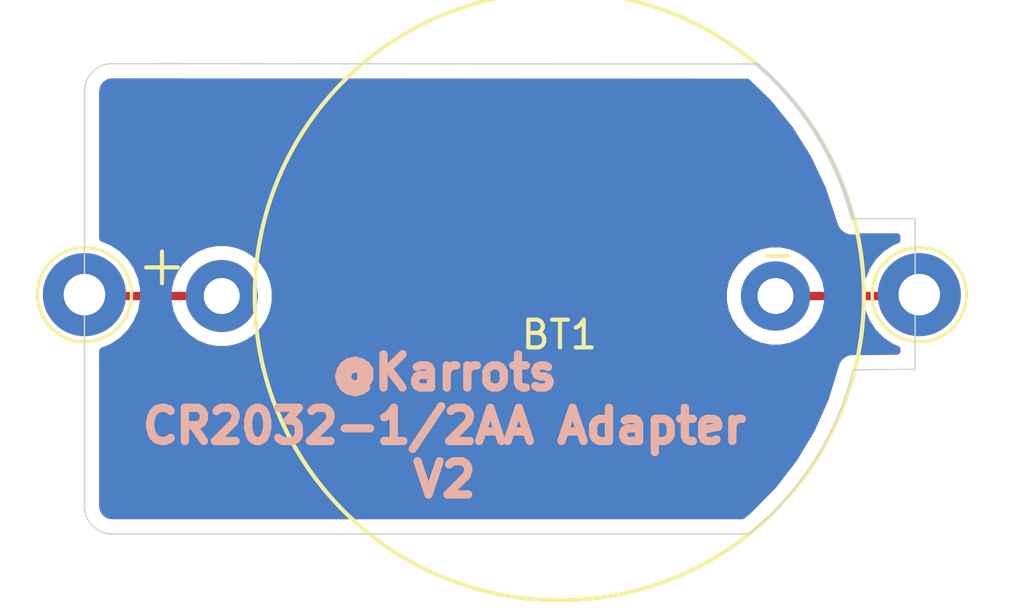
<source format=kicad_pcb>
(kicad_pcb (version 20171130) (host pcbnew 5.1.6-c6e7f7d~87~ubuntu20.04.1)

  (general
    (thickness 1.6)
    (drawings 11)
    (tracks 2)
    (zones 0)
    (modules 4)
    (nets 3)
  )

  (page A4)
  (layers
    (0 F.Cu signal hide)
    (31 B.Cu signal)
    (32 B.Adhes user hide)
    (33 F.Adhes user hide)
    (34 B.Paste user)
    (35 F.Paste user hide)
    (36 B.SilkS user)
    (37 F.SilkS user hide)
    (38 B.Mask user)
    (39 F.Mask user hide)
    (40 Dwgs.User user hide)
    (41 Cmts.User user hide)
    (42 Eco1.User user hide)
    (43 Eco2.User user hide)
    (44 Edge.Cuts user)
    (45 Margin user hide)
    (46 B.CrtYd user)
    (47 F.CrtYd user hide)
    (48 B.Fab user)
    (49 F.Fab user hide)
  )

  (setup
    (last_trace_width 0.3)
    (user_trace_width 0.3)
    (trace_clearance 0.1524)
    (zone_clearance 0.508)
    (zone_45_only no)
    (trace_min 0.1524)
    (via_size 0.6858)
    (via_drill 0.3302)
    (via_min_size 0.508)
    (via_min_drill 0.254)
    (uvia_size 0.6858)
    (uvia_drill 0.3302)
    (uvias_allowed no)
    (uvia_min_size 0.2)
    (uvia_min_drill 0.1)
    (edge_width 0.05)
    (segment_width 0.2)
    (pcb_text_width 0.3)
    (pcb_text_size 1.5 1.5)
    (mod_edge_width 0.12)
    (mod_text_size 1 1)
    (mod_text_width 0.15)
    (pad_size 1.524 1.524)
    (pad_drill 0.762)
    (pad_to_mask_clearance 0.051)
    (solder_mask_min_width 0.25)
    (aux_axis_origin 0 0)
    (grid_origin 150 100)
    (visible_elements FFFFFF7F)
    (pcbplotparams
      (layerselection 0x010fc_ffffffff)
      (usegerberextensions false)
      (usegerberattributes false)
      (usegerberadvancedattributes false)
      (creategerberjobfile false)
      (excludeedgelayer true)
      (linewidth 0.100000)
      (plotframeref false)
      (viasonmask false)
      (mode 1)
      (useauxorigin false)
      (hpglpennumber 1)
      (hpglpenspeed 20)
      (hpglpendiameter 15.000000)
      (psnegative false)
      (psa4output false)
      (plotreference true)
      (plotvalue true)
      (plotinvisibletext false)
      (padsonsilk false)
      (subtractmaskfromsilk false)
      (outputformat 1)
      (mirror false)
      (drillshape 0)
      (scaleselection 1)
      (outputdirectory "./Gerber"))
  )

  (net 0 "")
  (net 1 "Net-(BT1-Pad1)")
  (net 2 "Net-(BT1-Pad2)")

  (net_class Default "This is the default net class."
    (clearance 0.1524)
    (trace_width 0.1524)
    (via_dia 0.6858)
    (via_drill 0.3302)
    (uvia_dia 0.6858)
    (uvia_drill 0.3302)
    (add_net "Net-(BT1-Pad1)")
    (add_net "Net-(BT1-Pad2)")
  )

  (module Karrots-library:@karrots (layer F.Cu) (tedit 5D5225F8) (tstamp 5F05AC98)
    (at 143.25 108.1)
    (descr "@karrots signature")
    (tags "@karrots signature")
    (attr virtual)
    (fp_text reference Ref** (at 0 0) (layer F.SilkS) hide
      (effects (font (size 1.27 1.27) (thickness 0.15)))
    )
    (fp_text value @karrots (at 0 0) (layer F.SilkS) hide
      (effects (font (size 1.27 1.27) (thickness 0.15)))
    )
    (fp_poly (pts (xy -3.565675 -0.886634) (xy -3.355975 -0.82269) (xy -3.170551 -0.715162) (xy -3.021943 -0.566906)
      (xy -2.922694 -0.380778) (xy -2.885342 -0.159634) (xy -2.888991 -0.076773) (xy -2.932662 0.115719)
      (xy -3.027262 0.247576) (xy -3.183743 0.332797) (xy -3.218135 0.343908) (xy -3.343205 0.368555)
      (xy -3.45316 0.34953) (xy -3.531214 0.31638) (xy -3.646709 0.272007) (xy -3.715952 0.275463)
      (xy -3.736271 0.290337) (xy -3.840404 0.341272) (xy -3.96872 0.33268) (xy -4.097417 0.274788)
      (xy -4.202695 0.177827) (xy -4.257587 0.066271) (xy -4.252404 -0.072256) (xy -4.183135 -0.218372)
      (xy -4.065344 -0.350961) (xy -3.914597 -0.448905) (xy -3.862923 -0.469158) (xy -3.754284 -0.495735)
      (xy -3.686217 -0.48098) (xy -3.652472 -0.453282) (xy -3.611786 -0.380989) (xy -3.646885 -0.31442)
      (xy -3.76171 -0.247245) (xy -3.787649 -0.236057) (xy -3.89857 -0.163697) (xy -3.960819 -0.071215)
      (xy -3.963079 0.019299) (xy -3.93791 0.057178) (xy -3.892396 0.071002) (xy -3.827762 0.027586)
      (xy -3.753788 -0.052919) (xy -3.666336 -0.145496) (xy -3.59469 -0.202705) (xy -3.571112 -0.211669)
      (xy -3.51435 -0.173665) (xy -3.478307 -0.075935) (xy -3.471333 0.003462) (xy -3.442277 0.069525)
      (xy -3.373966 0.084666) (xy -3.255999 0.052519) (xy -3.18736 -0.032191) (xy -3.169988 -0.151864)
      (xy -3.205819 -0.288901) (xy -3.296793 -0.425703) (xy -3.315594 -0.445395) (xy -3.494469 -0.572602)
      (xy -3.694382 -0.630152) (xy -3.896405 -0.618075) (xy -4.081606 -0.536397) (xy -4.185678 -0.444094)
      (xy -4.309406 -0.244637) (xy -4.356075 -0.026814) (xy -4.325957 0.193272) (xy -4.219324 0.399514)
      (xy -4.170429 0.458496) (xy -4.106942 0.523253) (xy -4.044745 0.568045) (xy -3.96851 0.595171)
      (xy -3.86291 0.606928) (xy -3.712618 0.605611) (xy -3.502306 0.593519) (xy -3.344333 0.582295)
      (xy -3.244749 0.581955) (xy -3.2037 0.611579) (xy -3.196166 0.677148) (xy -3.215079 0.757026)
      (xy -3.286372 0.80899) (xy -3.344333 0.830234) (xy -3.59636 0.892918) (xy -3.811831 0.903125)
      (xy -3.981924 0.873464) (xy -4.245088 0.764066) (xy -4.450602 0.592844) (xy -4.537265 0.475492)
      (xy -4.609394 0.293923) (xy -4.639153 0.069866) (xy -4.626472 -0.165821) (xy -4.57128 -0.382284)
      (xy -4.539383 -0.452631) (xy -4.396417 -0.649448) (xy -4.215022 -0.788401) (xy -4.00774 -0.872345)
      (xy -3.787111 -0.904138) (xy -3.565675 -0.886634)) (layer F.Cu) (width 0.01))
    (fp_poly (pts (xy -0.701496 -0.244802) (xy -0.680757 -0.234604) (xy -0.617944 -0.19787) (xy -0.584013 -0.154579)
      (xy -0.572512 -0.081917) (xy -0.57699 0.042931) (xy -0.581965 0.114767) (xy -0.585749 0.329952)
      (xy -0.559163 0.494806) (xy -0.533807 0.566922) (xy -0.493192 0.688786) (xy -0.497639 0.76457)
      (xy -0.512884 0.789052) (xy -0.572811 0.840327) (xy -0.638932 0.827822) (xy -0.67476 0.806819)
      (xy -0.746506 0.790245) (xy -0.873546 0.785068) (xy -1.013426 0.791405) (xy -1.16661 0.801268)
      (xy -1.263261 0.794894) (xy -1.33093 0.765985) (xy -1.397166 0.70824) (xy -1.403117 0.702298)
      (xy -1.511188 0.536477) (xy -1.545327 0.362794) (xy -1.264785 0.362794) (xy -1.219615 0.490373)
      (xy -1.199939 0.515249) (xy -1.136401 0.574776) (xy -1.074556 0.587889) (xy -0.978075 0.559961)
      (xy -0.955344 0.551414) (xy -0.897103 0.523488) (xy -0.865716 0.481194) (xy -0.854357 0.402415)
      (xy -0.856195 0.265035) (xy -0.857339 0.234) (xy -0.86532 0.085356) (xy -0.879916 0.002415)
      (xy -0.908517 -0.033785) (xy -0.958513 -0.042204) (xy -0.965007 -0.042248) (xy -1.09171 -0.004975)
      (xy -1.190677 0.091022) (xy -1.251754 0.221644) (xy -1.264785 0.362794) (xy -1.545327 0.362794)
      (xy -1.551129 0.333282) (xy -1.526276 0.135453) (xy -1.435738 -0.052175) (xy -1.289082 -0.19229)
      (xy -1.105217 -0.276616) (xy -0.903052 -0.296879) (xy -0.701496 -0.244802)) (layer F.Cu) (width 0.01))
    (fp_poly (pts (xy 0.401693 -0.298434) (xy 0.455758 -0.281291) (xy 0.506072 -0.208996) (xy 0.531781 -0.093236)
      (xy 0.52732 0.026952) (xy 0.507954 0.084752) (xy 0.436489 0.152646) (xy 0.350357 0.159046)
      (xy 0.281379 0.108066) (xy 0.261639 0.052916) (xy 0.224652 -0.025573) (xy 0.151249 -0.031939)
      (xy 0.048921 0.033552) (xy 0.019243 0.061575) (xy -0.035381 0.126158) (xy -0.06679 0.199921)
      (xy -0.08116 0.307751) (xy -0.084665 0.474534) (xy -0.084666 0.480379) (xy -0.088626 0.651485)
      (xy -0.102709 0.755008) (xy -0.130218 0.807755) (xy -0.151629 0.82097) (xy -0.212958 0.841489)
      (xy -0.225712 0.843324) (xy -0.264875 0.827089) (xy -0.28575 0.81863) (xy -0.309945 0.780972)
      (xy -0.326272 0.685166) (xy -0.335566 0.522573) (xy -0.33866 0.284557) (xy -0.338666 0.27031)
      (xy -0.337185 0.046179) (xy -0.331584 -0.107212) (xy -0.320129 -0.203758) (xy -0.301085 -0.257351)
      (xy -0.272717 -0.281885) (xy -0.269559 -0.283177) (xy -0.180056 -0.283831) (xy -0.120417 -0.259714)
      (xy -0.019926 -0.232508) (xy 0.042906 -0.254307) (xy 0.148672 -0.288183) (xy 0.281668 -0.303768)
      (xy 0.401693 -0.298434)) (layer F.Cu) (width 0.01))
    (fp_poly (pts (xy 1.417693 -0.298434) (xy 1.471758 -0.281291) (xy 1.522072 -0.208996) (xy 1.547781 -0.093236)
      (xy 1.54332 0.026952) (xy 1.523954 0.084752) (xy 1.452489 0.152646) (xy 1.366357 0.159046)
      (xy 1.297379 0.108066) (xy 1.277639 0.052916) (xy 1.240652 -0.025573) (xy 1.167249 -0.031939)
      (xy 1.064921 0.033552) (xy 1.035243 0.061575) (xy 0.980619 0.126158) (xy 0.94921 0.199921)
      (xy 0.93484 0.307751) (xy 0.931335 0.474534) (xy 0.931334 0.480379) (xy 0.927374 0.651485)
      (xy 0.913291 0.755008) (xy 0.885782 0.807755) (xy 0.864371 0.82097) (xy 0.803042 0.841489)
      (xy 0.790288 0.843324) (xy 0.751125 0.827089) (xy 0.73025 0.81863) (xy 0.706055 0.780972)
      (xy 0.689728 0.685166) (xy 0.680434 0.522573) (xy 0.67734 0.284557) (xy 0.677334 0.27031)
      (xy 0.678815 0.046179) (xy 0.684416 -0.107212) (xy 0.695871 -0.203758) (xy 0.714915 -0.257351)
      (xy 0.743283 -0.281885) (xy 0.746441 -0.283177) (xy 0.835944 -0.283831) (xy 0.895583 -0.259714)
      (xy 0.996074 -0.232508) (xy 1.058906 -0.254307) (xy 1.164672 -0.288183) (xy 1.297668 -0.303768)
      (xy 1.417693 -0.298434)) (layer F.Cu) (width 0.01))
    (fp_poly (pts (xy 2.290613 -0.280938) (xy 2.449346 -0.208653) (xy 2.560189 -0.070989) (xy 2.61758 0.126609)
      (xy 2.624509 0.241314) (xy 2.590702 0.464667) (xy 2.496602 0.642424) (xy 2.352617 0.764969)
      (xy 2.169156 0.82269) (xy 2.002284 0.815975) (xy 1.918144 0.774682) (xy 1.81699 0.690999)
      (xy 1.780034 0.652015) (xy 1.678919 0.481036) (xy 1.645096 0.291974) (xy 1.647058 0.278444)
      (xy 1.947964 0.278444) (xy 1.95579 0.409973) (xy 1.998134 0.499533) (xy 2.098036 0.547034)
      (xy 2.212171 0.530582) (xy 2.304766 0.456247) (xy 2.356115 0.342376) (xy 2.370667 0.254)
      (xy 2.34659 0.136644) (xy 2.287199 0.030672) (xy 2.21175 -0.03433) (xy 2.177766 -0.042334)
      (xy 2.10456 -0.01439) (xy 2.032 0.042333) (xy 1.974269 0.14372) (xy 1.947964 0.278444)
      (xy 1.647058 0.278444) (xy 1.672468 0.103243) (xy 1.754935 -0.066747) (xy 1.886398 -0.199583)
      (xy 2.06076 -0.276853) (xy 2.08955 -0.282402) (xy 2.290613 -0.280938)) (layer F.Cu) (width 0.01))
    (fp_poly (pts (xy 3.236971 -0.652074) (xy 3.310288 -0.578938) (xy 3.343752 -0.456731) (xy 3.344334 -0.436409)
      (xy 3.364788 -0.360552) (xy 3.440654 -0.338714) (xy 3.446704 -0.338667) (xy 3.596585 -0.318226)
      (xy 3.67271 -0.257066) (xy 3.683 -0.208627) (xy 3.648064 -0.13129) (xy 3.568873 -0.066928)
      (xy 3.483856 -0.046738) (xy 3.483632 -0.046775) (xy 3.420109 -0.050253) (xy 3.379404 -0.025622)
      (xy 3.35653 0.041366) (xy 3.346502 0.164959) (xy 3.344334 0.351366) (xy 3.338852 0.575942)
      (xy 3.319757 0.725634) (xy 3.283077 0.809677) (xy 3.224838 0.837301) (xy 3.14325 0.81863)
      (xy 3.108793 0.766205) (xy 3.091013 0.663578) (xy 3.090334 0.637682) (xy 3.085737 0.505074)
      (xy 3.073915 0.334019) (xy 3.06322 0.218679) (xy 3.046063 0.075885) (xy 3.023821 -0.004336)
      (xy 2.983481 -0.043703) (xy 2.91203 -0.063939) (xy 2.891571 -0.067844) (xy 2.79422 -0.095123)
      (xy 2.758924 -0.141749) (xy 2.759935 -0.20623) (xy 2.78533 -0.286853) (xy 2.854152 -0.322771)
      (xy 2.910417 -0.330766) (xy 3.00438 -0.34881) (xy 3.04174 -0.39695) (xy 3.048 -0.486663)
      (xy 3.062969 -0.595442) (xy 3.117328 -0.649871) (xy 3.140025 -0.658502) (xy 3.236971 -0.652074)) (layer F.Cu) (width 0.01))
    (fp_poly (pts (xy 4.495264 -0.327376) (xy 4.578111 -0.285593) (xy 4.611254 -0.201146) (xy 4.614334 -0.143638)
      (xy 4.603897 -0.043001) (xy 4.564279 -0.003579) (xy 4.532165 0) (xy 4.451124 -0.01944)
      (xy 4.423834 -0.042334) (xy 4.362122 -0.074804) (xy 4.25858 -0.08222) (xy 4.152336 -0.064307)
      (xy 4.108482 -0.044558) (xy 4.082696 -0.010745) (xy 4.120187 0.030991) (xy 4.187235 0.071211)
      (xy 4.397326 0.193211) (xy 4.538255 0.293791) (xy 4.619405 0.383147) (xy 4.650157 0.471475)
      (xy 4.641062 0.564412) (xy 4.570052 0.685786) (xy 4.438309 0.774335) (xy 4.265917 0.822463)
      (xy 4.072962 0.822575) (xy 3.996805 0.808046) (xy 3.860082 0.765082) (xy 3.789781 0.714519)
      (xy 3.767895 0.642456) (xy 3.767667 0.631172) (xy 3.799239 0.546551) (xy 3.889524 0.517952)
      (xy 4.026155 0.545554) (xy 4.143379 0.569478) (xy 4.253103 0.565612) (xy 4.329901 0.538147)
      (xy 4.348712 0.492364) (xy 4.305329 0.445975) (xy 4.211224 0.379904) (xy 4.141105 0.338666)
      (xy 3.976359 0.242338) (xy 3.87551 0.16586) (xy 3.82469 0.095603) (xy 3.810033 0.017933)
      (xy 3.81 0.0132) (xy 3.846569 -0.140834) (xy 3.954352 -0.252014) (xy 4.130469 -0.318452)
      (xy 4.346288 -0.338431) (xy 4.495264 -0.327376)) (layer F.Cu) (width 0.01))
    (fp_poly (pts (xy -2.423186 -0.86056) (xy -2.366452 -0.767967) (xy -2.337218 -0.600701) (xy -2.334588 -0.355887)
      (xy -2.335707 -0.328084) (xy -2.339239 -0.17366) (xy -2.335674 -0.058313) (xy -2.325821 -0.002343)
      (xy -2.322642 0) (xy -2.279634 -0.02628) (xy -2.193077 -0.095235) (xy -2.081568 -0.192036)
      (xy -2.079662 -0.193749) (xy -1.953695 -0.295408) (xy -1.848648 -0.358794) (xy -1.789819 -0.37318)
      (xy -1.715208 -0.329091) (xy -1.707644 -0.245262) (xy -1.765572 -0.131574) (xy -1.841942 -0.041881)
      (xy -1.998566 0.118517) (xy -1.820557 0.370933) (xy -1.70909 0.550933) (xy -1.664468 0.68092)
      (xy -1.686469 0.762555) (xy -1.763481 0.796121) (xy -1.826382 0.785026) (xy -1.899026 0.726162)
      (xy -1.994297 0.60795) (xy -2.032851 0.554009) (xy -2.129148 0.422442) (xy -2.195181 0.351177)
      (xy -2.245196 0.328492) (xy -2.291219 0.341459) (xy -2.351412 0.410023) (xy -2.370651 0.538419)
      (xy -2.370666 0.543356) (xy -2.391607 0.682903) (xy -2.445565 0.774556) (xy -2.519247 0.807014)
      (xy -2.599358 0.768973) (xy -2.615388 0.751416) (xy -2.631662 0.685109) (xy -2.640226 0.53667)
      (xy -2.641041 0.308285) (xy -2.634064 0.002142) (xy -2.631155 -0.084667) (xy -2.621128 -0.359663)
      (xy -2.612132 -0.56159) (xy -2.602388 -0.702001) (xy -2.590113 -0.792447) (xy -2.573526 -0.844479)
      (xy -2.550847 -0.869649) (xy -2.520294 -0.879509) (xy -2.508318 -0.881353) (xy -2.423186 -0.86056)) (layer F.Cu) (width 0.01))
  )

  (module TestPoint:TestPoint_Loop_D2.54mm_Drill1.5mm_Beaded (layer F.Cu) (tedit 5A0F774F) (tstamp 5F05AB77)
    (at 129.3 112.85)
    (descr "wire loop with bead as test point, loop diameter2.548mm, hole diameter 1.5mm")
    (tags "test point wire loop bead")
    (path /5F0541C6)
    (fp_text reference TP1 (at 1.1 2.3) (layer F.SilkS) hide
      (effects (font (size 1 1) (thickness 0.15)))
    )
    (fp_text value TestPoint (at 1 -2.1) (layer F.Fab)
      (effects (font (size 1 1) (thickness 0.15)))
    )
    (fp_line (start -1.3 -0.3) (end -1.3 0.3) (layer F.Fab) (width 0.12))
    (fp_line (start -1.3 0.3) (end 1.3 0.3) (layer F.Fab) (width 0.12))
    (fp_line (start 1.3 0.3) (end 1.3 -0.3) (layer F.Fab) (width 0.12))
    (fp_line (start 1.3 -0.3) (end -1.3 -0.3) (layer F.Fab) (width 0.12))
    (fp_circle (center 0 0) (end 2 0) (layer F.CrtYd) (width 0.05))
    (fp_circle (center 0 0) (end 1.7 0) (layer F.SilkS) (width 0.12))
    (fp_circle (center 0 0) (end 1.5 0) (layer F.Fab) (width 0.12))
    (fp_text user %R (at 1.1 2.3) (layer F.Fab)
      (effects (font (size 1 1) (thickness 0.15)))
    )
    (pad 1 thru_hole circle (at 0 0) (size 3 3) (drill 1.5) (layers *.Cu *.Mask)
      (net 1 "Net-(BT1-Pad1)"))
    (model ${KISYS3DMOD}/TestPoint.3dshapes/TestPoint_Loop_D2.54mm_Drill1.5mm_Beaded.wrl
      (at (xyz 0 0 0))
      (scale (xyz 1 1 1))
      (rotate (xyz 0 0 0))
    )
  )

  (module TestPoint:TestPoint_Loop_D2.54mm_Drill1.5mm_Beaded (layer F.Cu) (tedit 5A0F774F) (tstamp 5F05AB9E)
    (at 159.45 112.85)
    (descr "wire loop with bead as test point, loop diameter2.548mm, hole diameter 1.5mm")
    (tags "test point wire loop bead")
    (path /5F054756)
    (fp_text reference TP2 (at 1.1 2.3) (layer F.SilkS) hide
      (effects (font (size 1 1) (thickness 0.15)))
    )
    (fp_text value TestPoint (at 1 -2.1) (layer F.Fab)
      (effects (font (size 1 1) (thickness 0.15)))
    )
    (fp_line (start -1.3 -0.3) (end -1.3 0.3) (layer F.Fab) (width 0.12))
    (fp_line (start -1.3 0.3) (end 1.3 0.3) (layer F.Fab) (width 0.12))
    (fp_line (start 1.3 0.3) (end 1.3 -0.3) (layer F.Fab) (width 0.12))
    (fp_line (start 1.3 -0.3) (end -1.3 -0.3) (layer F.Fab) (width 0.12))
    (fp_circle (center 0 0) (end 2 0) (layer F.CrtYd) (width 0.05))
    (fp_circle (center 0 0) (end 1.7 0) (layer F.SilkS) (width 0.12))
    (fp_circle (center 0 0) (end 1.5 0) (layer F.Fab) (width 0.12))
    (fp_text user %R (at 1.1 2.3) (layer F.Fab)
      (effects (font (size 1 1) (thickness 0.15)))
    )
    (pad 1 thru_hole circle (at 0 0) (size 3 3) (drill 1.5) (layers *.Cu *.Mask)
      (net 2 "Net-(BT1-Pad2)"))
    (model ${KISYS3DMOD}/TestPoint.3dshapes/TestPoint_Loop_D2.54mm_Drill1.5mm_Beaded.wrl
      (at (xyz 0 0 0))
      (scale (xyz 1 1 1))
      (rotate (xyz 0 0 0))
    )
  )

  (module Karrots-library:JKK_CR2032 (layer F.Cu) (tedit 5F0544BA) (tstamp 5F059F21)
    (at 146.45 112.9)
    (path /5F053C14)
    (fp_text reference BT1 (at 0 1.4) (layer F.SilkS)
      (effects (font (size 1 1) (thickness 0.15)))
    )
    (fp_text value Battery_Cell (at 0 -11.75) (layer F.Fab)
      (effects (font (size 1 1) (thickness 0.15)))
    )
    (fp_circle (center 0 0) (end 11 0) (layer F.SilkS) (width 0.15))
    (fp_text user %R (at 0 0) (layer F.Fab)
      (effects (font (size 1 1) (thickness 0.15)))
    )
    (fp_text user - (at 7.874 -1.524) (layer F.SilkS)
      (effects (font (size 1 1) (thickness 0.15)))
    )
    (fp_text user + (at -14.35 -1.15) (layer F.SilkS)
      (effects (font (size 1.5 1.5) (thickness 0.15)))
    )
    (pad 2 thru_hole circle (at 7.808 0) (size 2.5 2.5) (drill 1.3) (layers *.Cu *.Mask)
      (net 2 "Net-(BT1-Pad2)"))
    (pad 1 thru_hole circle (at -12.192 0) (size 2.6 2.6) (drill 1.3) (layers *.Cu *.Mask)
      (net 1 "Net-(BT1-Pad1)"))
  )

  (gr_arc (start 130.3 120.5) (end 129.3 120.5) (angle -90) (layer Edge.Cuts) (width 0.05))
  (gr_arc (start 130.3 105.5) (end 130.3 104.5) (angle -90) (layer Edge.Cuts) (width 0.05))
  (gr_line (start 157.049999 110.100001) (end 159.3 110.1) (layer Edge.Cuts) (width 0.05))
  (gr_line (start 157.060681 115.566304) (end 159.3 115.55) (layer Edge.Cuts) (width 0.05))
  (gr_arc (start 146.45 113) (end 153.299999 121.499999) (angle -37.53879023) (layer Edge.Cuts) (width 0.05))
  (gr_arc (start 146.4 112.85) (end 157.049999 110.100001) (angle -34.8) (layer Edge.Cuts) (width 0.15))
  (gr_text "@Karrots\nCR2032-1/2AA Adapter\nV2" (at 142.3 117.6) (layer B.SilkS)
    (effects (font (size 1.2 1.2) (thickness 0.3)))
  )
  (gr_line (start 130.3 121.5) (end 153.299999 121.499999) (layer Edge.Cuts) (width 0.05) (tstamp 5F05AAFD))
  (gr_line (start 129.3 105.5) (end 129.3 120.5) (layer Edge.Cuts) (width 0.05))
  (gr_line (start 153.575777 104.513742) (end 130.3 104.5) (layer Edge.Cuts) (width 0.05))
  (gr_line (start 159.3 115.55) (end 159.3 110.1) (layer Edge.Cuts) (width 0.05))

  (segment (start 134.258 112.9) (end 129.55361 112.9) (width 0.3) (layer F.Cu) (net 1) (tstamp 5F05AB90))
  (segment (start 154.258 112.9) (end 159.04639 112.9) (width 0.3) (layer F.Cu) (net 2) (tstamp 5F05ABB7))

  (zone (net 0) (net_name "") (layer F.Cu) (tstamp 0) (hatch edge 0.508)
    (connect_pads (clearance 0.508))
    (min_thickness 0.254)
    (fill yes (arc_segments 32) (thermal_gap 0.508) (thermal_bridge_width 0.508))
    (polygon
      (pts
        (xy 161.4 123.55) (xy 126.4 122.55) (xy 127.3 102.95) (xy 127.8 102.95) (xy 162.6 101.95)
      )
    )
    (filled_polygon
      (pts
        (xy 153.236007 105.173541) (xy 153.999863 105.915623) (xy 154.777894 106.878869) (xy 155.434568 107.928608) (xy 155.960374 109.049635)
        (xy 156.354105 110.245176) (xy 156.363015 110.279313) (xy 156.389532 110.360547) (xy 156.425618 110.438006) (xy 156.470747 110.510569)
        (xy 156.524266 110.577185) (xy 156.585401 110.636889) (xy 156.653266 110.688816) (xy 156.726877 110.732214) (xy 156.80517 110.766454)
        (xy 156.887009 110.79104) (xy 156.971209 110.805616) (xy 157.056549 110.809971) (xy 157.141795 110.804041) (xy 157.225711 110.787914)
        (xy 157.307083 110.761823) (xy 157.311049 110.760001) (xy 158.640001 110.76) (xy 158.640001 110.874606) (xy 158.438698 110.957988)
        (xy 158.089017 111.191637) (xy 157.791637 111.489017) (xy 157.557988 111.838698) (xy 157.44354 112.115) (xy 155.973152 112.115)
        (xy 155.928466 112.007118) (xy 155.722175 111.698382) (xy 155.459618 111.435825) (xy 155.150882 111.229534) (xy 154.807834 111.087439)
        (xy 154.443656 111.015) (xy 154.072344 111.015) (xy 153.708166 111.087439) (xy 153.365118 111.229534) (xy 153.056382 111.435825)
        (xy 152.793825 111.698382) (xy 152.587534 112.007118) (xy 152.445439 112.350166) (xy 152.373 112.714344) (xy 152.373 113.085656)
        (xy 152.445439 113.449834) (xy 152.587534 113.792882) (xy 152.793825 114.101618) (xy 153.056382 114.364175) (xy 153.365118 114.570466)
        (xy 153.708166 114.712561) (xy 154.072344 114.785) (xy 154.443656 114.785) (xy 154.807834 114.712561) (xy 155.150882 114.570466)
        (xy 155.459618 114.364175) (xy 155.722175 114.101618) (xy 155.928466 113.792882) (xy 155.973152 113.685) (xy 157.484961 113.685)
        (xy 157.557988 113.861302) (xy 157.791637 114.210983) (xy 158.089017 114.508363) (xy 158.438698 114.742012) (xy 158.64 114.825394)
        (xy 158.64 114.894788) (xy 157.023458 114.906558) (xy 156.926566 114.916814) (xy 156.802434 114.955459) (xy 156.688227 115.017577)
        (xy 156.588332 115.100783) (xy 156.506589 115.201879) (xy 156.44614 115.316979) (xy 156.428709 115.375984) (xy 156.056186 116.590925)
        (xy 155.555209 117.718976) (xy 154.922337 118.778674) (xy 154.166743 119.75466) (xy 153.291537 120.640733) (xy 153.05727 120.839999)
        (xy 130.332289 120.840001) (xy 130.234576 120.83042) (xy 130.171643 120.81142) (xy 130.113594 120.780554) (xy 130.062657 120.739011)
        (xy 130.020752 120.688356) (xy 129.989485 120.630529) (xy 129.970044 120.567728) (xy 129.96 120.472165) (xy 129.96 114.887526)
        (xy 130.311302 114.742012) (xy 130.660983 114.508363) (xy 130.958363 114.210983) (xy 131.192012 113.861302) (xy 131.265039 113.685)
        (xy 132.488729 113.685) (xy 132.543225 113.816566) (xy 132.754987 114.133491) (xy 133.024509 114.403013) (xy 133.341434 114.614775)
        (xy 133.693581 114.760639) (xy 134.067419 114.835) (xy 134.448581 114.835) (xy 134.822419 114.760639) (xy 135.174566 114.614775)
        (xy 135.491491 114.403013) (xy 135.761013 114.133491) (xy 135.972775 113.816566) (xy 136.118639 113.464419) (xy 136.193 113.090581)
        (xy 136.193 112.709419) (xy 136.118639 112.335581) (xy 135.972775 111.983434) (xy 135.761013 111.666509) (xy 135.491491 111.396987)
        (xy 135.174566 111.185225) (xy 134.822419 111.039361) (xy 134.448581 110.965) (xy 134.067419 110.965) (xy 133.693581 111.039361)
        (xy 133.341434 111.185225) (xy 133.024509 111.396987) (xy 132.754987 111.666509) (xy 132.543225 111.983434) (xy 132.488729 112.115)
        (xy 131.30646 112.115) (xy 131.192012 111.838698) (xy 130.958363 111.489017) (xy 130.660983 111.191637) (xy 130.311302 110.957988)
        (xy 129.96 110.812474) (xy 129.96 108.135481) (xy 137.971771 108.135481) (xy 137.974186 108.19034) (xy 137.975303 108.245264)
        (xy 137.976418 108.25413) (xy 138.006178 108.478187) (xy 138.008858 108.489644) (xy 138.009692 108.501378) (xy 138.023061 108.550364)
        (xy 138.034627 108.59981) (xy 138.03948 108.610525) (xy 138.042578 108.621877) (xy 138.045819 108.630204) (xy 138.117948 108.811773)
        (xy 138.125081 108.825614) (xy 138.130108 108.840341) (xy 138.153636 108.881019) (xy 138.17517 108.922801) (xy 138.184852 108.934987)
        (xy 138.192646 108.948463) (xy 138.197904 108.955688) (xy 138.284567 109.07304) (xy 138.291157 109.080348) (xy 138.296457 109.088634)
        (xy 138.332932 109.126669) (xy 138.368219 109.165797) (xy 138.376097 109.171681) (xy 138.38291 109.178785) (xy 138.389736 109.184552)
        (xy 138.59525 109.355774) (xy 138.619415 109.372196) (xy 138.641743 109.391046) (xy 138.670951 109.407218) (xy 138.698559 109.42598)
        (xy 138.725449 109.437394) (xy 138.751016 109.45155) (xy 138.759244 109.455037) (xy 139.022408 109.564435) (xy 139.026061 109.56555)
        (xy 139.029449 109.567313) (xy 139.085787 109.583779) (xy 139.141874 109.600897) (xy 139.145671 109.601281) (xy 139.149339 109.602353)
        (xy 139.158131 109.60395) (xy 139.328224 109.633611) (xy 139.331608 109.633865) (xy 139.334877 109.634734) (xy 139.393832 109.638534)
        (xy 139.45278 109.642958) (xy 139.45614 109.642551) (xy 139.459523 109.642769) (xy 139.468452 109.642408) (xy 139.683924 109.632201)
        (xy 139.741622 109.623771) (xy 139.799427 109.616093) (xy 139.807475 109.61415) (xy 139.807518 109.614144) (xy 139.807555 109.614131)
        (xy 139.808114 109.613996) (xy 140.060141 109.551312) (xy 140.08838 109.541275) (xy 140.117502 109.53416) (xy 140.125914 109.531143)
        (xy 140.183875 109.509899) (xy 140.203831 109.500282) (xy 140.224833 109.49326) (xy 140.259965 109.473232) (xy 140.296397 109.455675)
        (xy 140.314099 109.44237) (xy 140.333343 109.431399) (xy 140.340601 109.426186) (xy 140.340604 109.426184) (xy 140.368069 109.443214)
        (xy 140.376115 109.447103) (xy 140.456225 109.485144) (xy 140.475048 109.491921) (xy 140.49281 109.501138) (xy 140.5337 109.513038)
        (xy 140.573747 109.527456) (xy 140.593523 109.530447) (xy 140.612741 109.53604) (xy 140.655165 109.539771) (xy 140.697248 109.546136)
        (xy 140.717233 109.545229) (xy 140.737167 109.546982) (xy 140.779485 109.542404) (xy 140.822026 109.540473) (xy 140.841466 109.535698)
        (xy 140.861349 109.533547) (xy 140.901978 109.520835) (xy 140.943327 109.510679) (xy 140.961454 109.502227) (xy 140.980556 109.49625)
        (xy 140.988758 109.492704) (xy 141.06244 109.460247) (xy 141.068983 109.456564) (xy 141.076063 109.454055) (xy 141.104175 109.437354)
        (xy 141.124951 109.451063) (xy 141.155035 109.463351) (xy 141.183835 109.478409) (xy 141.212717 109.486912) (xy 141.240584 109.498294)
        (xy 141.272476 109.504504) (xy 141.303656 109.513683) (xy 141.312446 109.515296) (xy 141.375347 109.526391) (xy 141.432879 109.530821)
        (xy 141.490431 109.536109) (xy 141.495154 109.535617) (xy 141.499884 109.535981) (xy 141.557224 109.529147) (xy 141.614664 109.52316)
        (xy 141.619198 109.521761) (xy 141.623912 109.521199) (xy 141.678853 109.503352) (xy 141.734016 109.486329) (xy 141.738455 109.484431)
        (xy 141.774497 109.495817) (xy 141.812769 109.510795) (xy 141.833919 109.51459) (xy 141.85441 109.521064) (xy 141.89525 109.525596)
        (xy 141.935711 109.532857) (xy 141.944623 109.533507) (xy 142.041274 109.539881) (xy 142.07844 109.538695) (xy 142.115591 109.540458)
        (xy 142.124512 109.539946) (xy 142.271659 109.530472) (xy 142.377909 109.525658) (xy 142.387252 109.526039) (xy 142.400809 109.532297)
        (xy 142.442429 109.54235) (xy 142.483369 109.554953) (xy 142.492138 109.556675) (xy 142.558258 109.56918) (xy 142.589773 109.571998)
        (xy 142.620865 109.577844) (xy 142.651834 109.577546) (xy 142.682668 109.580303) (xy 142.714118 109.576947) (xy 142.745766 109.576643)
        (xy 142.776088 109.570335) (xy 142.806869 109.567051) (xy 142.837075 109.557648) (xy 142.844316 109.556142) (xy 142.858507 109.56148)
        (xy 142.878916 109.564863) (xy 142.898703 109.570881) (xy 142.940392 109.575054) (xy 142.981732 109.581907) (xy 143.002408 109.581262)
        (xy 143.022988 109.583322) (xy 143.064692 109.579319) (xy 143.106577 109.578012) (xy 143.11543 109.576801) (xy 143.128184 109.574966)
        (xy 143.139843 109.572105) (xy 143.147322 109.571387) (xy 143.167896 109.565221) (xy 143.179705 109.562323) (xy 143.231611 109.551197)
        (xy 143.240105 109.54842) (xy 143.301434 109.527901) (xy 143.307496 109.525189) (xy 143.313935 109.523574) (xy 143.364467 109.499707)
        (xy 143.415454 109.4769) (xy 143.420868 109.473067) (xy 143.426876 109.470229) (xy 143.434513 109.465588) (xy 143.455924 109.452373)
        (xy 143.489565 109.42676) (xy 143.524772 109.403319) (xy 143.539163 109.389) (xy 143.544619 109.384845) (xy 143.570247 109.406091)
        (xy 143.614265 109.443658) (xy 143.618278 109.445908) (xy 143.621822 109.448846) (xy 143.67271 109.476429) (xy 143.723213 109.504747)
        (xy 143.727589 109.506176) (xy 143.731634 109.508368) (xy 143.739892 109.511781) (xy 143.758327 109.519251) (xy 143.795201 109.534537)
        (xy 143.835287 109.546728) (xy 143.874507 109.56148) (xy 143.894916 109.564863) (xy 143.914703 109.570881) (xy 143.956392 109.575054)
        (xy 143.997732 109.581907) (xy 144.018408 109.581262) (xy 144.038988 109.583322) (xy 144.080692 109.579319) (xy 144.122577 109.578012)
        (xy 144.13143 109.576801) (xy 144.144184 109.574966) (xy 144.155843 109.572105) (xy 144.163322 109.571387) (xy 144.183896 109.565221)
        (xy 144.195705 109.562323) (xy 144.247611 109.551197) (xy 144.256105 109.54842) (xy 144.317434 109.527901) (xy 144.323496 109.525189)
        (xy 144.329935 109.523574) (xy 144.380467 109.499707) (xy 144.431454 109.4769) (xy 144.436868 109.473067) (xy 144.442876 109.470229)
        (xy 144.450513 109.465588) (xy 144.471924 109.452373) (xy 144.505565 109.42676) (xy 144.540772 109.403319) (xy 144.555163 109.389)
        (xy 144.571305 109.37671) (xy 144.599332 109.34505) (xy 144.629314 109.315217) (xy 144.640646 109.29838) (xy 144.654098 109.283185)
        (xy 144.655354 109.281036) (xy 144.659035 109.284125) (xy 144.760189 109.367808) (xy 144.766977 109.372387) (xy 144.772888 109.378043)
        (xy 144.818688 109.407266) (xy 144.863741 109.437655) (xy 144.871284 109.440826) (xy 144.878185 109.445229) (xy 144.88618 109.449222)
        (xy 144.970319 109.490515) (xy 144.973659 109.491766) (xy 144.976713 109.493609) (xy 145.032108 109.513666) (xy 145.087285 109.53434)
        (xy 145.090805 109.534919) (xy 145.094158 109.536133) (xy 145.152439 109.545056) (xy 145.210535 109.554611) (xy 145.214094 109.554495)
        (xy 145.217625 109.555036) (xy 145.226551 109.555457) (xy 145.393423 109.562172) (xy 145.436722 109.559679) (xy 145.480106 109.559781)
        (xy 145.498951 109.556096) (xy 145.518122 109.554992) (xy 145.560111 109.544136) (xy 145.60269 109.53581) (xy 145.611232 109.533187)
        (xy 145.794693 109.475466) (xy 145.850859 109.45155) (xy 145.907026 109.427938) (xy 145.908251 109.427112) (xy 145.909615 109.426531)
        (xy 145.960025 109.39219) (xy 145.963681 109.389723) (xy 145.977103 109.400939) (xy 146.016255 109.43581) (xy 146.024975 109.440944)
        (xy 146.032736 109.44743) (xy 146.078734 109.472598) (xy 146.12389 109.499185) (xy 146.133431 109.502525) (xy 146.142313 109.507384)
        (xy 146.192326 109.523138) (xy 146.241783 109.540448) (xy 146.25048 109.542502) (xy 146.332068 109.561173) (xy 146.353518 109.563917)
        (xy 146.374455 109.56938) (xy 146.415353 109.571827) (xy 146.455964 109.577022) (xy 146.477537 109.575548) (xy 146.499138 109.57684)
        (xy 146.539725 109.571297) (xy 146.58058 109.568505) (xy 146.601467 109.562865) (xy 146.622896 109.559939) (xy 146.661616 109.546625)
        (xy 146.701168 109.535946) (xy 146.720562 109.526357) (xy 146.741014 109.519324) (xy 146.749114 109.515551) (xy 146.807353 109.487927)
        (xy 146.839177 109.468823) (xy 146.866901 109.455048) (xy 146.877612 109.45872) (xy 146.909711 109.472908) (xy 146.918218 109.475646)
        (xy 147.054941 109.51861) (xy 147.086908 109.525314) (xy 147.118105 109.534972) (xy 147.126871 109.536708) (xy 147.203028 109.551237)
        (xy 147.258764 109.55631) (xy 147.314397 109.562518) (xy 147.323333 109.562575) (xy 147.516288 109.562463) (xy 147.536146 109.560504)
        (xy 147.556087 109.561201) (xy 147.598173 109.554386) (xy 147.640591 109.550202) (xy 147.659682 109.544426) (xy 147.679387 109.541235)
        (xy 147.68801 109.538891) (xy 147.860402 109.490763) (xy 147.89326 109.478019) (xy 147.927088 109.468123) (xy 147.951352 109.455489)
        (xy 147.976856 109.445597) (xy 148.00661 109.426715) (xy 148.037874 109.410436) (xy 148.045325 109.405503) (xy 148.177068 109.316954)
        (xy 148.188143 109.307822) (xy 148.200471 109.300453) (xy 148.236259 109.26815) (xy 148.27344 109.237493) (xy 148.282532 109.226382)
        (xy 148.293192 109.21676) (xy 148.322023 109.178123) (xy 148.352542 109.140827) (xy 148.359302 109.128164) (xy 148.367891 109.116653)
        (xy 148.372457 109.108971) (xy 148.443467 108.987597) (xy 148.447078 108.979758) (xy 148.451956 108.97263) (xy 148.473179 108.923087)
        (xy 148.49572 108.874146) (xy 148.49774 108.865751) (xy 148.50114 108.857814) (xy 148.512336 108.805095) (xy 148.524942 108.752706)
        (xy 148.525293 108.744081) (xy 148.527087 108.735633) (xy 148.528019 108.726746) (xy 148.537114 108.633809) (xy 148.537112 108.624927)
        (xy 148.538595 108.616165) (xy 148.537101 108.562558) (xy 148.537091 108.508903) (xy 148.535362 108.500182) (xy 148.535115 108.491307)
        (xy 148.523233 108.438987) (xy 148.512806 108.38638) (xy 148.50942 108.37817) (xy 148.507452 108.369503) (xy 148.504573 108.361043)
        (xy 148.473821 108.272715) (xy 148.463582 108.250553) (xy 148.470447 108.219124) (xy 148.480956 108.185055) (xy 148.483748 108.158232)
        (xy 148.489499 108.131901) (xy 148.490483 108.123019) (xy 148.50092 108.022382) (xy 148.501176 107.976679) (xy 148.503834 107.93106)
        (xy 148.503418 107.922134) (xy 148.500338 107.864626) (xy 148.494981 107.829479) (xy 148.492607 107.79401) (xy 148.485594 107.767888)
        (xy 148.481518 107.741146) (xy 148.469439 107.707716) (xy 148.46022 107.673377) (xy 148.457013 107.665036) (xy 148.42387 107.580589)
        (xy 148.40508 107.543756) (xy 148.388752 107.505728) (xy 148.376747 107.488219) (xy 148.367108 107.469325) (xy 148.341519 107.436841)
        (xy 148.318118 107.402711) (xy 148.302944 107.38787) (xy 148.289816 107.371205) (xy 148.258393 107.344299) (xy 148.22882 107.315376)
        (xy 148.211062 107.303772) (xy 148.194939 107.289966) (xy 148.158883 107.269673) (xy 148.12426 107.247048) (xy 148.11631 107.242969)
        (xy 148.033463 107.201186) (xy 147.978745 107.180002) (xy 147.92429 107.158174) (xy 147.920542 107.15747) (xy 147.916981 107.156091)
        (xy 147.859225 107.145945) (xy 147.801533 107.135102) (xy 147.794035 107.134493) (xy 147.793959 107.13448) (xy 147.793889 107.134482)
        (xy 147.792626 107.134379) (xy 147.64365 107.123324) (xy 147.594925 107.124477) (xy 147.546197 107.123532) (xy 147.537294 107.124294)
        (xy 147.321475 107.144273) (xy 147.3029 107.147846) (xy 147.284011 107.148859) (xy 147.24169 107.159622) (xy 147.198817 107.167869)
        (xy 147.181294 107.17498) (xy 147.162959 107.179643) (xy 147.154576 107.182739) (xy 147.110853 107.199233) (xy 147.096605 107.17183)
        (xy 147.080379 107.151555) (xy 147.066575 107.129562) (xy 147.041449 107.102911) (xy 147.018559 107.07431) (xy 147.012277 107.067955)
        (xy 146.93896 106.994819) (xy 146.909864 106.97098) (xy 146.882695 106.944932) (xy 146.861649 106.931476) (xy 146.842342 106.915657)
        (xy 146.809175 106.897925) (xy 146.77746 106.877648) (xy 146.754204 106.868537) (xy 146.732189 106.856768) (xy 146.69619 106.84581)
        (xy 146.661159 106.832087) (xy 146.63659 106.827669) (xy 146.612696 106.820396) (xy 146.575259 106.81664) (xy 146.538226 106.809981)
        (xy 146.529313 106.809328) (xy 146.432367 106.8029) (xy 146.424451 106.80315) (xy 146.416599 106.802049) (xy 146.362079 106.805117)
        (xy 146.307523 106.806838) (xy 146.299801 106.808622) (xy 146.29189 106.809067) (xy 146.239008 106.822665) (xy 146.185822 106.83495)
        (xy 146.178598 106.838198) (xy 146.170919 106.840172) (xy 146.162545 106.84329) (xy 146.139847 106.851921) (xy 146.134742 106.854457)
        (xy 146.12927 106.856051) (xy 146.078868 106.882219) (xy 146.027987 106.907499) (xy 146.02347 106.91098) (xy 146.018414 106.913605)
        (xy 145.974031 106.949082) (xy 145.929053 106.983745) (xy 145.925304 106.98803) (xy 145.920847 106.991593) (xy 145.914489 106.997872)
        (xy 145.86013 107.052301) (xy 145.850445 107.064107) (xy 145.839118 107.074365) (xy 145.810891 107.112324) (xy 145.78091 107.148871)
        (xy 145.773703 107.162333) (xy 145.764584 107.174596) (xy 145.745011 107.215753) (xy 145.742201 107.214839) (xy 145.68767 107.196186)
        (xy 145.682851 107.195536) (xy 145.67823 107.194033) (xy 145.620975 107.187188) (xy 145.563885 107.179486) (xy 145.55904 107.179784)
        (xy 145.554208 107.179206) (xy 145.545273 107.179079) (xy 145.34421 107.177615) (xy 145.285787 107.182915) (xy 145.227212 107.187534)
        (xy 145.219891 107.188892) (xy 145.219814 107.188899) (xy 145.219746 107.188919) (xy 145.218425 107.189164) (xy 145.189635 107.194713)
        (xy 145.1843 107.196294) (xy 145.178778 107.196904) (xy 145.124458 107.214032) (xy 145.069879 107.230209) (xy 145.064963 107.232791)
        (xy 145.059654 107.234465) (xy 145.051459 107.238029) (xy 145.017416 107.253116) (xy 144.996863 107.243968) (xy 144.956982 107.223503)
        (xy 144.939915 107.218621) (xy 144.923698 107.211403) (xy 144.915199 107.208643) (xy 144.861134 107.1915) (xy 144.844435 107.187953)
        (xy 144.828417 107.182077) (xy 144.783471 107.175002) (xy 144.738954 107.165546) (xy 144.721892 107.16531) (xy 144.705031 107.162656)
        (xy 144.696107 107.162197) (xy 144.576082 107.156863) (xy 144.529105 107.159371) (xy 144.482062 107.159603) (xy 144.47318 107.160582)
        (xy 144.340184 107.176167) (xy 144.284215 107.188353) (xy 144.240256 107.197184) (xy 144.214429 107.189199) (xy 144.21017 107.188753)
        (xy 144.206061 107.187542) (xy 144.148122 107.182252) (xy 144.090203 107.176183) (xy 144.081692 107.176186) (xy 144.081672 107.176184)
        (xy 144.081654 107.176186) (xy 144.081267 107.176186) (xy 143.991765 107.17684) (xy 143.944469 107.181827) (xy 143.921334 107.182172)
        (xy 143.908392 107.184936) (xy 143.882552 107.187038) (xy 143.875174 107.189133) (xy 143.867547 107.189937) (xy 143.85372 107.194222)
        (xy 143.845134 107.1915) (xy 143.828435 107.187953) (xy 143.812417 107.182077) (xy 143.767471 107.175002) (xy 143.722954 107.165546)
        (xy 143.705892 107.16531) (xy 143.689031 107.162656) (xy 143.680107 107.162197) (xy 143.560082 107.156863) (xy 143.513105 107.159371)
        (xy 143.466062 107.159603) (xy 143.45718 107.160582) (xy 143.324184 107.176167) (xy 143.268215 107.188353) (xy 143.224256 107.197184)
        (xy 143.198429 107.189199) (xy 143.19417 107.188753) (xy 143.190061 107.187542) (xy 143.132122 107.182252) (xy 143.074203 107.176183)
        (xy 143.065692 107.176186) (xy 143.065672 107.176184) (xy 143.065654 107.176186) (xy 143.065267 107.176186) (xy 142.975765 107.17684)
        (xy 142.928469 107.181827) (xy 142.905334 107.182172) (xy 142.892392 107.184936) (xy 142.866552 107.187038) (xy 142.859174 107.189133)
        (xy 142.851547 107.189937) (xy 142.812927 107.201906) (xy 142.783182 107.208258) (xy 142.766378 107.215479) (xy 142.746395 107.221153)
        (xy 142.738101 107.224479) (xy 142.734943 107.225771) (xy 142.733556 107.226504) (xy 142.732239 107.226912) (xy 142.713753 107.236915)
        (xy 142.708606 107.235547) (xy 142.50705 107.18347) (xy 142.461761 107.176389) (xy 142.416915 107.166958) (xy 142.400184 107.16676)
        (xy 142.383644 107.164174) (xy 142.337851 107.166024) (xy 142.292018 107.165482) (xy 142.283121 107.166312) (xy 142.080956 107.186575)
        (xy 142.043086 107.194158) (xy 142.004761 107.19889) (xy 141.981995 107.206391) (xy 141.958481 107.2111) (xy 141.922811 107.225893)
        (xy 141.88613 107.237979) (xy 141.885999 107.238038) (xy 141.868044 107.224518) (xy 141.860383 107.219918) (xy 141.785771 107.175829)
        (xy 141.735632 107.152471) (xy 141.685972 107.127972) (xy 141.679045 107.126108) (xy 141.672549 107.123082) (xy 141.618815 107.109904)
        (xy 141.565355 107.095521) (xy 141.5582 107.095038) (xy 141.551238 107.093331) (xy 141.495925 107.090838) (xy 141.474494 107.089393)
        (xy 141.456554 107.053746) (xy 141.433872 107.005316) (xy 141.429256 106.997664) (xy 141.372522 106.905071) (xy 141.337654 106.858962)
        (xy 141.303364 106.812239) (xy 141.299962 106.809119) (xy 141.297183 106.805444) (xy 141.25403 106.766992) (xy 141.211311 106.727812)
        (xy 141.207364 106.72541) (xy 141.203928 106.722348) (xy 141.154089 106.692986) (xy 141.104612 106.662874) (xy 141.100285 106.661288)
        (xy 141.096309 106.658946) (xy 141.041657 106.639804) (xy 140.987333 106.619897) (xy 140.978667 106.617716) (xy 140.893535 106.596923)
        (xy 140.835674 106.588662) (xy 140.777927 106.579675) (xy 140.773888 106.579841) (xy 140.769882 106.579269) (xy 140.711517 106.582404)
        (xy 140.677599 106.583797) (xy 140.664076 106.583865) (xy 140.661065 106.584477) (xy 140.653127 106.584803) (xy 140.645213 106.585965)
        (xy 140.645156 106.585968) (xy 140.645107 106.58598) (xy 140.644286 106.586101) (xy 140.63231 106.587945) (xy 140.587259 106.599473)
        (xy 140.541672 106.608736) (xy 140.533149 106.611422) (xy 140.502596 106.621282) (xy 140.467283 106.636626) (xy 140.430905 106.64928)
        (xy 140.410123 106.661463) (xy 140.388037 106.67106) (xy 140.356375 106.692972) (xy 140.32315 106.71245) (xy 140.305131 106.728437)
        (xy 140.285329 106.742141) (xy 140.271513 106.75639) (xy 140.215085 106.723667) (xy 140.209207 106.720987) (xy 140.203893 106.717327)
        (xy 140.152437 106.695104) (xy 140.101433 106.67185) (xy 140.095154 106.670365) (xy 140.089225 106.667804) (xy 140.080695 106.665138)
        (xy 139.870995 106.601194) (xy 139.868583 106.600709) (xy 139.866306 106.599784) (xy 139.807361 106.588412) (xy 139.748535 106.576595)
        (xy 139.746079 106.576588) (xy 139.743662 106.576122) (xy 139.734758 106.575356) (xy 139.513322 106.557852) (xy 139.50928 106.557928)
        (xy 139.505304 106.55727) (xy 139.446918 106.559104) (xy 139.388438 106.560207) (xy 139.384495 106.561065) (xy 139.38046 106.561192)
        (xy 139.371607 106.562405) (xy 139.150978 106.594198) (xy 139.140928 106.596667) (xy 139.130611 106.597469) (xy 139.080343 106.611548)
        (xy 139.029677 106.623993) (xy 139.020304 106.628364) (xy 139.010334 106.631156) (xy 139.002028 106.634453) (xy 138.794746 106.718397)
        (xy 138.777855 106.727245) (xy 138.759925 106.733719) (xy 138.722645 106.756166) (xy 138.684101 106.776356) (xy 138.669257 106.788311)
        (xy 138.652919 106.798148) (xy 138.645788 106.803533) (xy 138.464392 106.942486) (xy 138.445784 106.959871) (xy 138.425292 106.974982)
        (xy 138.400252 107.002409) (xy 138.373121 107.027757) (xy 138.358249 107.048417) (xy 138.341077 107.067227) (xy 138.335775 107.074421)
        (xy 138.192809 107.271238) (xy 138.162397 107.323086) (xy 138.131483 107.374964) (xy 138.129691 107.378845) (xy 138.129613 107.378978)
        (xy 138.129562 107.379124) (xy 138.127737 107.383077) (xy 138.095839 107.453424) (xy 138.079145 107.502489) (xy 138.060829 107.55095)
        (xy 138.058561 107.559593) (xy 138.003369 107.776056) (xy 137.994574 107.833503) (xy 137.984994 107.890874) (xy 137.984469 107.899509)
        (xy 137.984467 107.899524) (xy 137.984468 107.899537) (xy 137.984452 107.899794) (xy 137.971771 108.135481) (xy 129.96 108.135481)
        (xy 129.96 105.532279) (xy 129.96958 105.434576) (xy 129.98858 105.371644) (xy 130.019445 105.313595) (xy 130.060989 105.262657)
        (xy 130.111644 105.220752) (xy 130.169471 105.189485) (xy 130.232272 105.170044) (xy 130.327686 105.160016)
      )
    )
  )
  (zone (net 0) (net_name "") (layer B.Cu) (tstamp 0) (hatch edge 0.508)
    (connect_pads (clearance 0.508))
    (min_thickness 0.254)
    (fill yes (arc_segments 32) (thermal_gap 0.508) (thermal_bridge_width 0.508))
    (polygon
      (pts
        (xy 163.2 124.25) (xy 126.25 123.4) (xy 126.45 122.95) (xy 127.35 102.7) (xy 130.05 102.75)
        (xy 163.25 102.2)
      )
    )
    (filled_polygon
      (pts
        (xy 153.236007 105.173541) (xy 153.999863 105.915623) (xy 154.777894 106.878869) (xy 155.434568 107.928608) (xy 155.960374 109.049635)
        (xy 156.354105 110.245176) (xy 156.363015 110.279313) (xy 156.389532 110.360547) (xy 156.425618 110.438006) (xy 156.470747 110.510569)
        (xy 156.524266 110.577185) (xy 156.585401 110.636889) (xy 156.653266 110.688816) (xy 156.726877 110.732214) (xy 156.80517 110.766454)
        (xy 156.887009 110.79104) (xy 156.971209 110.805616) (xy 157.056549 110.809971) (xy 157.141795 110.804041) (xy 157.225711 110.787914)
        (xy 157.307083 110.761823) (xy 157.311049 110.760001) (xy 158.640001 110.76) (xy 158.640001 110.874606) (xy 158.438698 110.957988)
        (xy 158.089017 111.191637) (xy 157.791637 111.489017) (xy 157.557988 111.838698) (xy 157.397047 112.227244) (xy 157.315 112.639721)
        (xy 157.315 113.060279) (xy 157.397047 113.472756) (xy 157.557988 113.861302) (xy 157.791637 114.210983) (xy 158.089017 114.508363)
        (xy 158.438698 114.742012) (xy 158.64 114.825394) (xy 158.64 114.894788) (xy 157.023458 114.906558) (xy 156.926566 114.916814)
        (xy 156.802434 114.955459) (xy 156.688227 115.017577) (xy 156.588332 115.100783) (xy 156.506589 115.201879) (xy 156.44614 115.316979)
        (xy 156.428709 115.375984) (xy 156.056186 116.590925) (xy 155.555209 117.718976) (xy 154.922337 118.778674) (xy 154.166743 119.75466)
        (xy 153.291537 120.640733) (xy 153.05727 120.839999) (xy 130.332289 120.840001) (xy 130.234576 120.83042) (xy 130.171643 120.81142)
        (xy 130.113594 120.780554) (xy 130.062657 120.739011) (xy 130.020752 120.688356) (xy 129.989485 120.630529) (xy 129.970044 120.567728)
        (xy 129.96 120.472165) (xy 129.96 114.887526) (xy 130.311302 114.742012) (xy 130.660983 114.508363) (xy 130.958363 114.210983)
        (xy 131.192012 113.861302) (xy 131.352953 113.472756) (xy 131.435 113.060279) (xy 131.435 112.709419) (xy 132.323 112.709419)
        (xy 132.323 113.090581) (xy 132.397361 113.464419) (xy 132.543225 113.816566) (xy 132.754987 114.133491) (xy 133.024509 114.403013)
        (xy 133.341434 114.614775) (xy 133.693581 114.760639) (xy 134.067419 114.835) (xy 134.448581 114.835) (xy 134.822419 114.760639)
        (xy 135.174566 114.614775) (xy 135.491491 114.403013) (xy 135.761013 114.133491) (xy 135.972775 113.816566) (xy 136.118639 113.464419)
        (xy 136.193 113.090581) (xy 136.193 112.714344) (xy 152.373 112.714344) (xy 152.373 113.085656) (xy 152.445439 113.449834)
        (xy 152.587534 113.792882) (xy 152.793825 114.101618) (xy 153.056382 114.364175) (xy 153.365118 114.570466) (xy 153.708166 114.712561)
        (xy 154.072344 114.785) (xy 154.443656 114.785) (xy 154.807834 114.712561) (xy 155.150882 114.570466) (xy 155.459618 114.364175)
        (xy 155.722175 114.101618) (xy 155.928466 113.792882) (xy 156.070561 113.449834) (xy 156.143 113.085656) (xy 156.143 112.714344)
        (xy 156.070561 112.350166) (xy 155.928466 112.007118) (xy 155.722175 111.698382) (xy 155.459618 111.435825) (xy 155.150882 111.229534)
        (xy 154.807834 111.087439) (xy 154.443656 111.015) (xy 154.072344 111.015) (xy 153.708166 111.087439) (xy 153.365118 111.229534)
        (xy 153.056382 111.435825) (xy 152.793825 111.698382) (xy 152.587534 112.007118) (xy 152.445439 112.350166) (xy 152.373 112.714344)
        (xy 136.193 112.714344) (xy 136.193 112.709419) (xy 136.118639 112.335581) (xy 135.972775 111.983434) (xy 135.761013 111.666509)
        (xy 135.491491 111.396987) (xy 135.174566 111.185225) (xy 134.822419 111.039361) (xy 134.448581 110.965) (xy 134.067419 110.965)
        (xy 133.693581 111.039361) (xy 133.341434 111.185225) (xy 133.024509 111.396987) (xy 132.754987 111.666509) (xy 132.543225 111.983434)
        (xy 132.397361 112.335581) (xy 132.323 112.709419) (xy 131.435 112.709419) (xy 131.435 112.639721) (xy 131.352953 112.227244)
        (xy 131.192012 111.838698) (xy 130.958363 111.489017) (xy 130.660983 111.191637) (xy 130.311302 110.957988) (xy 129.96 110.812474)
        (xy 129.96 105.532279) (xy 129.96958 105.434576) (xy 129.98858 105.371644) (xy 130.019445 105.313595) (xy 130.060989 105.262657)
        (xy 130.111644 105.220752) (xy 130.169471 105.189485) (xy 130.232272 105.170044) (xy 130.327686 105.160016)
      )
    )
  )
)

</source>
